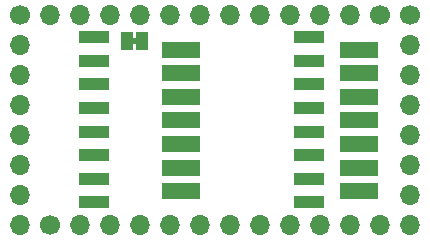
<source format=gbs>
G04 #@! TF.GenerationSoftware,KiCad,Pcbnew,5.0.0-rc2-unknown-a288d61~65~ubuntu18.04.1*
G04 #@! TF.CreationDate,2018-07-04T19:13:05+02:00*
G04 #@! TF.ProjectId,STM32_Sensor_V4,53544D33325F53656E736F725F56342E,rev?*
G04 #@! TF.SameCoordinates,Original*
G04 #@! TF.FileFunction,Soldermask,Bot*
G04 #@! TF.FilePolarity,Negative*
%FSLAX46Y46*%
G04 Gerber Fmt 4.6, Leading zero omitted, Abs format (unit mm)*
G04 Created by KiCad (PCBNEW 5.0.0-rc2-unknown-a288d61~65~ubuntu18.04.1) date Wed Jul  4 19:13:05 2018*
%MOMM*%
%LPD*%
G01*
G04 APERTURE LIST*
%ADD10O,1.700000X1.700000*%
%ADD11C,1.700000*%
%ADD12R,3.202940X1.402080*%
%ADD13R,2.500000X1.000000*%
%ADD14R,0.500000X0.600000*%
%ADD15R,1.000000X1.500000*%
G04 APERTURE END LIST*
D10*
G04 #@! TO.C,J1*
X128160000Y-109470000D03*
X128160000Y-106930000D03*
X128160000Y-104390000D03*
X128160000Y-101850000D03*
X128160000Y-99310000D03*
X128160000Y-96770000D03*
X128160000Y-94230000D03*
D11*
X128160000Y-91690000D03*
G04 #@! TD*
D10*
G04 #@! TO.C,J4*
X161180000Y-109470000D03*
X161180000Y-106930000D03*
X161180000Y-104390000D03*
X161180000Y-101850000D03*
X161180000Y-99310000D03*
X161180000Y-96770000D03*
X161180000Y-94230000D03*
D11*
X161180000Y-91690000D03*
G04 #@! TD*
G04 #@! TO.C,J2*
X130700000Y-109470000D03*
D10*
X133240000Y-109470000D03*
X135780000Y-109470000D03*
X138320000Y-109470000D03*
X140860000Y-109470000D03*
X143400000Y-109470000D03*
X145940000Y-109470000D03*
X148480000Y-109470000D03*
X151020000Y-109470000D03*
X153560000Y-109470000D03*
X156100000Y-109470000D03*
X158640000Y-109470000D03*
G04 #@! TD*
D11*
G04 #@! TO.C,J3*
X158640000Y-91690000D03*
D10*
X156100000Y-91690000D03*
X153560000Y-91690000D03*
X151020000Y-91690000D03*
X148480000Y-91690000D03*
X145940000Y-91690000D03*
X143400000Y-91690000D03*
X140860000Y-91690000D03*
X138320000Y-91690000D03*
X135780000Y-91690000D03*
X133240000Y-91690000D03*
X130700000Y-91690000D03*
G04 #@! TD*
D12*
G04 #@! TO.C,U2*
X156798080Y-94600520D03*
X156798080Y-96602040D03*
X156798080Y-98601020D03*
X156798080Y-100600000D03*
X156798080Y-102598980D03*
X156798080Y-104597960D03*
X156798080Y-106599480D03*
X141801920Y-106599480D03*
X141801920Y-104597960D03*
X141801920Y-102598980D03*
X141801920Y-100600000D03*
X141801920Y-98601020D03*
X141801920Y-96602040D03*
X141801920Y-94600520D03*
G04 #@! TD*
D13*
G04 #@! TO.C,U3*
X152590000Y-107540000D03*
X152590000Y-105540000D03*
X152590000Y-103540000D03*
X152590000Y-101540000D03*
X152590000Y-99540000D03*
X152590000Y-97540000D03*
X152590000Y-95540000D03*
X152590000Y-93540000D03*
X134390000Y-93540000D03*
X134390000Y-95540000D03*
X134390000Y-97540000D03*
X134390000Y-99540000D03*
X134390000Y-101540000D03*
X134390000Y-103540000D03*
X134390000Y-105540000D03*
X134390000Y-107540000D03*
G04 #@! TD*
D14*
G04 #@! TO.C,JP1*
X137820000Y-93870000D03*
D15*
X138470000Y-93870000D03*
X137170000Y-93870000D03*
G04 #@! TD*
M02*

</source>
